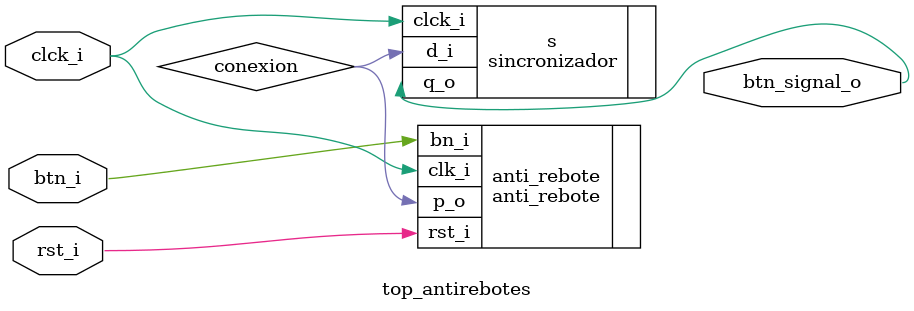
<source format=sv>
module top_antirebotes (
    
    input  logic clck_i,
    input  logic btn_i,
    input  logic rst_i,

    output logic btn_signal_o
);

    logic conexion;
   
    
    anti_rebote anti_rebote (
        
        .clk_i(clck_i),
        .rst_i(rst_i),
        .bn_i(btn_i),
        .p_o(conexion)
    
    );
    
    sincronizador s(

    .clck_i     (clck_i),
    .d_i        (conexion),
    .q_o        (btn_signal_o)

    );

endmodule
</source>
